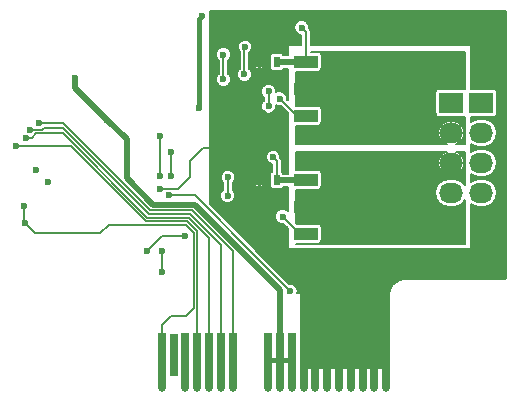
<source format=gbr>
G04 #@! TF.FileFunction,Copper,L2,Bot,Signal*
%FSLAX46Y46*%
G04 Gerber Fmt 4.6, Leading zero omitted, Abs format (unit mm)*
G04 Created by KiCad (PCBNEW 4.0.2+e4-6225~38~ubuntu14.04.1-stable) date Sat 23 Jul 2016 00:45:22 PDT*
%MOMM*%
G01*
G04 APERTURE LIST*
%ADD10C,0.100000*%
%ADD11C,0.650240*%
%ADD12R,0.650240X4.599940*%
%ADD13R,0.650240X3.599180*%
%ADD14R,2.032000X3.657600*%
%ADD15R,2.032000X1.016000*%
%ADD16R,0.500000X0.900000*%
%ADD17R,2.032000X1.727200*%
%ADD18O,2.032000X1.727200*%
%ADD19C,0.600000*%
%ADD20C,0.150000*%
%ADD21C,0.500000*%
%ADD22C,0.400000*%
%ADD23C,0.200000*%
G04 APERTURE END LIST*
D10*
D11*
X140500400Y-102301240D03*
D12*
X159499600Y-100000000D03*
X158498840Y-100000000D03*
X157500620Y-100000000D03*
X156499860Y-100000000D03*
X155499100Y-100000000D03*
X154500880Y-100000000D03*
X153500120Y-100000000D03*
X152499360Y-100000000D03*
X151501140Y-100000000D03*
X150500380Y-100000000D03*
X149499620Y-100000000D03*
X144500900Y-100000000D03*
X143500140Y-100000000D03*
X142499380Y-100000000D03*
D13*
X141501160Y-99499620D03*
D12*
X140500400Y-100000000D03*
X146499880Y-100000000D03*
X145499120Y-100000000D03*
D11*
X157500620Y-102301240D03*
X156499860Y-102301240D03*
X155499100Y-102301240D03*
X154500880Y-102301240D03*
X153500120Y-102301240D03*
X152499360Y-102301240D03*
X151501140Y-102301240D03*
X150500380Y-102301240D03*
X149499620Y-102301240D03*
X159499600Y-102301240D03*
X146499880Y-102301240D03*
X145499120Y-102301240D03*
X144500900Y-102301240D03*
X143500140Y-102301240D03*
X142499380Y-102301240D03*
X158498840Y-102301240D03*
D14*
X159302000Y-87000000D03*
D15*
X152698000Y-87000000D03*
X152698000Y-84714000D03*
X152698000Y-89286000D03*
D14*
X159302000Y-77000000D03*
D15*
X152698000Y-77000000D03*
X152698000Y-74714000D03*
X152698000Y-79286000D03*
D16*
X150250000Y-84750000D03*
X148750000Y-84750000D03*
X150250000Y-74750000D03*
X148750000Y-74750000D03*
D17*
X167540000Y-78190000D03*
D18*
X167540000Y-80730000D03*
X167540000Y-83270000D03*
X167540000Y-85810000D03*
D17*
X165000000Y-78190000D03*
D18*
X165000000Y-80730000D03*
X165000000Y-83270000D03*
X165000000Y-85810000D03*
D19*
X129825000Y-83900000D03*
X130825000Y-84900000D03*
X128800000Y-86950000D03*
X128900000Y-88400000D03*
X148750000Y-80475000D03*
X148625000Y-88100000D03*
X140350000Y-85500000D03*
X146575000Y-82050000D03*
X133150000Y-76050000D03*
X135900000Y-79650000D03*
X129000000Y-81175000D03*
X128150000Y-81875000D03*
X130075000Y-79900000D03*
X129325000Y-80450000D03*
X143650000Y-78600000D03*
X143875000Y-70875000D03*
X141250000Y-82350000D03*
X141250000Y-84375000D03*
X140350000Y-81025000D03*
X140350000Y-84375000D03*
X142500000Y-89500000D03*
X139250000Y-90750000D03*
X140500000Y-90750000D03*
X140500000Y-92550000D03*
X146100000Y-84500000D03*
X146075000Y-86050000D03*
X151375000Y-94125000D03*
X141125000Y-86025000D03*
X149925000Y-82775000D03*
X149550000Y-78475000D03*
X149550000Y-77225000D03*
X145725000Y-76200000D03*
X145725000Y-74100000D03*
X150725000Y-87825000D03*
X152350000Y-71825000D03*
X150500000Y-77850000D03*
X147500000Y-75775000D03*
X147550000Y-73450000D03*
D20*
X139050000Y-88525000D02*
X136000000Y-88525000D01*
X129725000Y-89225000D02*
X128900000Y-88400000D01*
X135300000Y-89225000D02*
X129725000Y-89225000D01*
X136000000Y-88525000D02*
X135300000Y-89225000D01*
X128800000Y-86950000D02*
X128800000Y-88300000D01*
X128800000Y-88300000D02*
X128900000Y-88400000D01*
X140500400Y-100000000D02*
X140500400Y-96999600D01*
X142551468Y-88525000D02*
X139050000Y-88525000D01*
X139050000Y-88525000D02*
X139000000Y-88525000D01*
X143200000Y-89173532D02*
X142551468Y-88525000D01*
X143200000Y-95575138D02*
X143200000Y-89173532D01*
X142575138Y-96200000D02*
X143200000Y-95575138D01*
X141300000Y-96200000D02*
X142575138Y-96200000D01*
X140500400Y-96999600D02*
X141300000Y-96200000D01*
X140500400Y-102301240D02*
X140500400Y-100000000D01*
D21*
X152499360Y-100000000D02*
X153500120Y-100000000D01*
X153500120Y-100000000D02*
X154500880Y-100000000D01*
X154500880Y-100000000D02*
X155499100Y-100000000D01*
X155499100Y-100000000D02*
X156499860Y-100000000D01*
X156499860Y-100000000D02*
X157500620Y-100000000D01*
X157500620Y-100000000D02*
X158498840Y-100000000D01*
X158498840Y-100000000D02*
X159499600Y-100000000D01*
D20*
X143950000Y-82050000D02*
X146600000Y-82050000D01*
X146600000Y-82050000D02*
X146575000Y-82050000D01*
X142850000Y-83150000D02*
X143950000Y-82050000D01*
X142850000Y-84450000D02*
X142850000Y-83150000D01*
X141850000Y-85450000D02*
X142850000Y-84450000D01*
X140400000Y-85450000D02*
X141850000Y-85450000D01*
X140350000Y-85500000D02*
X140400000Y-85450000D01*
X159499600Y-102301240D02*
X159499600Y-100000000D01*
X158498840Y-102301240D02*
X158498840Y-100000000D01*
X157500620Y-102301240D02*
X157500620Y-100000000D01*
X156499860Y-102301240D02*
X156499860Y-100000000D01*
X155499100Y-102301240D02*
X155499100Y-100000000D01*
X154500880Y-102301240D02*
X154500880Y-100000000D01*
X153500120Y-102301240D02*
X153500120Y-100000000D01*
X152499360Y-102301240D02*
X152499360Y-100000000D01*
D22*
X151501140Y-100000000D02*
X150500380Y-100000000D01*
X150500380Y-100000000D02*
X149499620Y-100000000D01*
D21*
X135900000Y-79650000D02*
X135275000Y-79025000D01*
X133175000Y-76075000D02*
X133150000Y-76050000D01*
X133175000Y-76925000D02*
X133175000Y-76075000D01*
X135275000Y-79025000D02*
X133175000Y-76925000D01*
X150500380Y-94000380D02*
X143300000Y-86800000D01*
X150500380Y-94000380D02*
X150500380Y-100000000D01*
X137525000Y-81275000D02*
X135900000Y-79650000D01*
X137525000Y-84575000D02*
X137525000Y-81275000D01*
X139750000Y-86800000D02*
X137525000Y-84575000D01*
X143300000Y-86800000D02*
X139750000Y-86800000D01*
X135900000Y-79650000D02*
X135900000Y-79650000D01*
D20*
X151501140Y-102301240D02*
X151501140Y-100000000D01*
X150500380Y-102301240D02*
X150500380Y-100000000D01*
X149499620Y-102301240D02*
X149499620Y-100000000D01*
X144500900Y-100000000D02*
X144500900Y-89625900D01*
X129475000Y-81175000D02*
X129000000Y-81175000D01*
X129875000Y-80775000D02*
X129475000Y-81175000D01*
X132150734Y-80775000D02*
X129875000Y-80775000D01*
X139275738Y-87900004D02*
X132150734Y-80775000D01*
X142775004Y-87900004D02*
X139275738Y-87900004D01*
X144500900Y-89625900D02*
X142775004Y-87900004D01*
X144500900Y-102301240D02*
X144500900Y-100000000D01*
X143500140Y-100000000D02*
X143500140Y-89049406D01*
X132800000Y-81875000D02*
X128150000Y-81875000D01*
X139125006Y-88200006D02*
X132800000Y-81875000D01*
X142650740Y-88200006D02*
X139125006Y-88200006D01*
X143500140Y-89049406D02*
X142650740Y-88200006D01*
X143500140Y-102301240D02*
X143500140Y-100000000D01*
X142499380Y-102301240D02*
X142499380Y-100000000D01*
X146499880Y-100000000D02*
X146499880Y-90774880D01*
X132125000Y-79900000D02*
X130075000Y-79900000D01*
X139525000Y-87300000D02*
X132125000Y-79900000D01*
X143025000Y-87300000D02*
X139525000Y-87300000D01*
X146499880Y-90774880D02*
X143025000Y-87300000D01*
X146499880Y-102301240D02*
X146499880Y-100000000D01*
X145499120Y-100000000D02*
X145499120Y-90198386D01*
X130400000Y-80450000D02*
X129325000Y-80450000D01*
X130550000Y-80300000D02*
X130400000Y-80450000D01*
X132100000Y-80300000D02*
X130550000Y-80300000D01*
X139400002Y-87600002D02*
X132100000Y-80300000D01*
X142900736Y-87600002D02*
X139400002Y-87600002D01*
X145499120Y-90198386D02*
X142900736Y-87600002D01*
X145499120Y-102301240D02*
X145499120Y-100000000D01*
D22*
X143650000Y-71100000D02*
X143650000Y-78600000D01*
X143875000Y-70875000D02*
X143650000Y-71100000D01*
D20*
X141250000Y-84375000D02*
X141250000Y-82350000D01*
X140350000Y-84375000D02*
X140350000Y-81025000D01*
X140500000Y-89500000D02*
X142500000Y-89500000D01*
X139250000Y-90750000D02*
X140500000Y-89500000D01*
X140500000Y-92550000D02*
X140500000Y-90750000D01*
X146100000Y-86025000D02*
X146100000Y-84500000D01*
X146075000Y-86050000D02*
X146100000Y-86025000D01*
X148625000Y-91375000D02*
X151375000Y-94125000D01*
X143275000Y-86025000D02*
X141125000Y-86025000D01*
X148625000Y-91375000D02*
X148625000Y-91375000D01*
X148625000Y-91375000D02*
X143275000Y-86025000D01*
X150250000Y-83100000D02*
X149925000Y-82775000D01*
X149550000Y-78475000D02*
X149550000Y-77225000D01*
X145725000Y-76200000D02*
X145725000Y-74100000D01*
X150250000Y-83100000D02*
X150250000Y-84750000D01*
D21*
X150250000Y-84750000D02*
X152662000Y-84750000D01*
X152662000Y-84750000D02*
X152698000Y-84714000D01*
D20*
X150725000Y-87825000D02*
X152186000Y-89286000D01*
X152186000Y-89286000D02*
X152698000Y-89286000D01*
X152698000Y-72173000D02*
X152698000Y-74714000D01*
X152350000Y-71825000D02*
X152698000Y-72173000D01*
D21*
X150250000Y-74750000D02*
X152662000Y-74750000D01*
X152662000Y-74750000D02*
X152698000Y-74714000D01*
D20*
X150500000Y-77850000D02*
X151936000Y-79286000D01*
X151936000Y-79286000D02*
X152698000Y-79286000D01*
X152436000Y-79286000D02*
X152698000Y-79286000D01*
X147500000Y-73500000D02*
X147500000Y-75775000D01*
X147550000Y-73450000D02*
X147500000Y-73500000D01*
D23*
G36*
X164455749Y-82389317D02*
X164148554Y-82606310D01*
X163947783Y-82924344D01*
X163900094Y-83094618D01*
X163909333Y-83245000D01*
X164975000Y-83245000D01*
X164975000Y-83225000D01*
X165025000Y-83225000D01*
X165025000Y-83245000D01*
X166090667Y-83245000D01*
X166099906Y-83094618D01*
X166052217Y-82924344D01*
X165851446Y-82606310D01*
X165544251Y-82389317D01*
X165370300Y-82350000D01*
X166150000Y-82350000D01*
X166150000Y-85174353D01*
X166015506Y-84973068D01*
X165631518Y-84716496D01*
X165178574Y-84626400D01*
X164821426Y-84626400D01*
X164368482Y-84716496D01*
X163984494Y-84973068D01*
X163727922Y-85357056D01*
X163637826Y-85810000D01*
X163727922Y-86262944D01*
X163984494Y-86646932D01*
X164368482Y-86903504D01*
X164821426Y-86993600D01*
X165178574Y-86993600D01*
X165631518Y-86903504D01*
X166015506Y-86646932D01*
X166150000Y-86445647D01*
X166150000Y-90150000D01*
X151850000Y-90150000D01*
X151850000Y-90120269D01*
X153714000Y-90120269D01*
X153832585Y-90097956D01*
X153941498Y-90027872D01*
X154014564Y-89920937D01*
X154040269Y-89794000D01*
X154040269Y-88778000D01*
X154017956Y-88659415D01*
X153947872Y-88550502D01*
X153840937Y-88477436D01*
X153714000Y-88451731D01*
X151910345Y-88451731D01*
X151850000Y-88391386D01*
X151850000Y-85548269D01*
X153714000Y-85548269D01*
X153832585Y-85525956D01*
X153941498Y-85455872D01*
X154014564Y-85348937D01*
X154040269Y-85222000D01*
X154040269Y-84206000D01*
X154017956Y-84087415D01*
X153947872Y-83978502D01*
X153840937Y-83905436D01*
X153714000Y-83879731D01*
X151850000Y-83879731D01*
X151850000Y-83445382D01*
X163900094Y-83445382D01*
X163947783Y-83615656D01*
X164148554Y-83933690D01*
X164455749Y-84150683D01*
X164822600Y-84233600D01*
X164975000Y-84233600D01*
X164975000Y-83295000D01*
X165025000Y-83295000D01*
X165025000Y-84233600D01*
X165177400Y-84233600D01*
X165544251Y-84150683D01*
X165851446Y-83933690D01*
X166052217Y-83615656D01*
X166099906Y-83445382D01*
X166090667Y-83295000D01*
X165025000Y-83295000D01*
X164975000Y-83295000D01*
X163909333Y-83295000D01*
X163900094Y-83445382D01*
X151850000Y-83445382D01*
X151850000Y-82350000D01*
X164629700Y-82350000D01*
X164455749Y-82389317D01*
X164455749Y-82389317D01*
G37*
X164455749Y-82389317D02*
X164148554Y-82606310D01*
X163947783Y-82924344D01*
X163900094Y-83094618D01*
X163909333Y-83245000D01*
X164975000Y-83245000D01*
X164975000Y-83225000D01*
X165025000Y-83225000D01*
X165025000Y-83245000D01*
X166090667Y-83245000D01*
X166099906Y-83094618D01*
X166052217Y-82924344D01*
X165851446Y-82606310D01*
X165544251Y-82389317D01*
X165370300Y-82350000D01*
X166150000Y-82350000D01*
X166150000Y-85174353D01*
X166015506Y-84973068D01*
X165631518Y-84716496D01*
X165178574Y-84626400D01*
X164821426Y-84626400D01*
X164368482Y-84716496D01*
X163984494Y-84973068D01*
X163727922Y-85357056D01*
X163637826Y-85810000D01*
X163727922Y-86262944D01*
X163984494Y-86646932D01*
X164368482Y-86903504D01*
X164821426Y-86993600D01*
X165178574Y-86993600D01*
X165631518Y-86903504D01*
X166015506Y-86646932D01*
X166150000Y-86445647D01*
X166150000Y-90150000D01*
X151850000Y-90150000D01*
X151850000Y-90120269D01*
X153714000Y-90120269D01*
X153832585Y-90097956D01*
X153941498Y-90027872D01*
X154014564Y-89920937D01*
X154040269Y-89794000D01*
X154040269Y-88778000D01*
X154017956Y-88659415D01*
X153947872Y-88550502D01*
X153840937Y-88477436D01*
X153714000Y-88451731D01*
X151910345Y-88451731D01*
X151850000Y-88391386D01*
X151850000Y-85548269D01*
X153714000Y-85548269D01*
X153832585Y-85525956D01*
X153941498Y-85455872D01*
X154014564Y-85348937D01*
X154040269Y-85222000D01*
X154040269Y-84206000D01*
X154017956Y-84087415D01*
X153947872Y-83978502D01*
X153840937Y-83905436D01*
X153714000Y-83879731D01*
X151850000Y-83879731D01*
X151850000Y-83445382D01*
X163900094Y-83445382D01*
X163947783Y-83615656D01*
X164148554Y-83933690D01*
X164455749Y-84150683D01*
X164822600Y-84233600D01*
X164975000Y-84233600D01*
X164975000Y-83295000D01*
X165025000Y-83295000D01*
X165025000Y-84233600D01*
X165177400Y-84233600D01*
X165544251Y-84150683D01*
X165851446Y-83933690D01*
X166052217Y-83615656D01*
X166099906Y-83445382D01*
X166090667Y-83295000D01*
X165025000Y-83295000D01*
X164975000Y-83295000D01*
X163909333Y-83295000D01*
X163900094Y-83445382D01*
X151850000Y-83445382D01*
X151850000Y-82350000D01*
X164629700Y-82350000D01*
X164455749Y-82389317D01*
G36*
X166150000Y-77030662D02*
X166142937Y-77025836D01*
X166016000Y-77000131D01*
X163984000Y-77000131D01*
X163865415Y-77022444D01*
X163756502Y-77092528D01*
X163683436Y-77199463D01*
X163657731Y-77326400D01*
X163657731Y-79053600D01*
X163680044Y-79172185D01*
X163750128Y-79281098D01*
X163857063Y-79354164D01*
X163984000Y-79379869D01*
X166016000Y-79379869D01*
X166134585Y-79357556D01*
X166150000Y-79347637D01*
X166150000Y-81650000D01*
X165370300Y-81650000D01*
X165544251Y-81610683D01*
X165851446Y-81393690D01*
X166052217Y-81075656D01*
X166099906Y-80905382D01*
X166090667Y-80755000D01*
X165025000Y-80755000D01*
X165025000Y-80775000D01*
X164975000Y-80775000D01*
X164975000Y-80755000D01*
X163909333Y-80755000D01*
X163900094Y-80905382D01*
X163947783Y-81075656D01*
X164148554Y-81393690D01*
X164455749Y-81610683D01*
X164629700Y-81650000D01*
X151850000Y-81650000D01*
X151850000Y-80554618D01*
X163900094Y-80554618D01*
X163909333Y-80705000D01*
X164975000Y-80705000D01*
X164975000Y-79766400D01*
X165025000Y-79766400D01*
X165025000Y-80705000D01*
X166090667Y-80705000D01*
X166099906Y-80554618D01*
X166052217Y-80384344D01*
X165851446Y-80066310D01*
X165544251Y-79849317D01*
X165177400Y-79766400D01*
X165025000Y-79766400D01*
X164975000Y-79766400D01*
X164822600Y-79766400D01*
X164455749Y-79849317D01*
X164148554Y-80066310D01*
X163947783Y-80384344D01*
X163900094Y-80554618D01*
X151850000Y-80554618D01*
X151850000Y-80120269D01*
X153714000Y-80120269D01*
X153832585Y-80097956D01*
X153941498Y-80027872D01*
X154014564Y-79920937D01*
X154040269Y-79794000D01*
X154040269Y-78778000D01*
X154017956Y-78659415D01*
X153947872Y-78550502D01*
X153840937Y-78477436D01*
X153714000Y-78451731D01*
X151850000Y-78451731D01*
X151850000Y-75548269D01*
X153714000Y-75548269D01*
X153832585Y-75525956D01*
X153941498Y-75455872D01*
X154014564Y-75348937D01*
X154040269Y-75222000D01*
X154040269Y-74206000D01*
X154017956Y-74087415D01*
X153947872Y-73978502D01*
X153840937Y-73905436D01*
X153714000Y-73879731D01*
X153093000Y-73879731D01*
X153093000Y-73850000D01*
X166150000Y-73850000D01*
X166150000Y-77030662D01*
X166150000Y-77030662D01*
G37*
X166150000Y-77030662D02*
X166142937Y-77025836D01*
X166016000Y-77000131D01*
X163984000Y-77000131D01*
X163865415Y-77022444D01*
X163756502Y-77092528D01*
X163683436Y-77199463D01*
X163657731Y-77326400D01*
X163657731Y-79053600D01*
X163680044Y-79172185D01*
X163750128Y-79281098D01*
X163857063Y-79354164D01*
X163984000Y-79379869D01*
X166016000Y-79379869D01*
X166134585Y-79357556D01*
X166150000Y-79347637D01*
X166150000Y-81650000D01*
X165370300Y-81650000D01*
X165544251Y-81610683D01*
X165851446Y-81393690D01*
X166052217Y-81075656D01*
X166099906Y-80905382D01*
X166090667Y-80755000D01*
X165025000Y-80755000D01*
X165025000Y-80775000D01*
X164975000Y-80775000D01*
X164975000Y-80755000D01*
X163909333Y-80755000D01*
X163900094Y-80905382D01*
X163947783Y-81075656D01*
X164148554Y-81393690D01*
X164455749Y-81610683D01*
X164629700Y-81650000D01*
X151850000Y-81650000D01*
X151850000Y-80554618D01*
X163900094Y-80554618D01*
X163909333Y-80705000D01*
X164975000Y-80705000D01*
X164975000Y-79766400D01*
X165025000Y-79766400D01*
X165025000Y-80705000D01*
X166090667Y-80705000D01*
X166099906Y-80554618D01*
X166052217Y-80384344D01*
X165851446Y-80066310D01*
X165544251Y-79849317D01*
X165177400Y-79766400D01*
X165025000Y-79766400D01*
X164975000Y-79766400D01*
X164822600Y-79766400D01*
X164455749Y-79849317D01*
X164148554Y-80066310D01*
X163947783Y-80384344D01*
X163900094Y-80554618D01*
X151850000Y-80554618D01*
X151850000Y-80120269D01*
X153714000Y-80120269D01*
X153832585Y-80097956D01*
X153941498Y-80027872D01*
X154014564Y-79920937D01*
X154040269Y-79794000D01*
X154040269Y-78778000D01*
X154017956Y-78659415D01*
X153947872Y-78550502D01*
X153840937Y-78477436D01*
X153714000Y-78451731D01*
X151850000Y-78451731D01*
X151850000Y-75548269D01*
X153714000Y-75548269D01*
X153832585Y-75525956D01*
X153941498Y-75455872D01*
X154014564Y-75348937D01*
X154040269Y-75222000D01*
X154040269Y-74206000D01*
X154017956Y-74087415D01*
X153947872Y-73978502D01*
X153840937Y-73905436D01*
X153714000Y-73879731D01*
X153093000Y-73879731D01*
X153093000Y-73850000D01*
X166150000Y-73850000D01*
X166150000Y-77030662D01*
G36*
X169597716Y-70402284D02*
X169605000Y-70438903D01*
X169605000Y-93061097D01*
X169597716Y-93097716D01*
X169561098Y-93105000D01*
X161100000Y-93105000D01*
X161061843Y-93112590D01*
X161022939Y-93112590D01*
X160659391Y-93184904D01*
X160659390Y-93184904D01*
X160517000Y-93243884D01*
X160208798Y-93449819D01*
X160154309Y-93504309D01*
X160099819Y-93558798D01*
X159893884Y-93867000D01*
X159837876Y-94002215D01*
X159834904Y-94009391D01*
X159776137Y-94304833D01*
X159761094Y-94307879D01*
X159728319Y-94330273D01*
X159706839Y-94363654D01*
X159700000Y-94400000D01*
X159700000Y-97600030D01*
X159549600Y-97600030D01*
X159524600Y-97625030D01*
X159524600Y-99975000D01*
X159544600Y-99975000D01*
X159544600Y-100025000D01*
X159524600Y-100025000D01*
X159524600Y-100045000D01*
X159474600Y-100045000D01*
X159474600Y-100025000D01*
X159099480Y-100025000D01*
X159074480Y-100050000D01*
X159074480Y-100600000D01*
X158923960Y-100600000D01*
X158923960Y-100050000D01*
X158898960Y-100025000D01*
X158523840Y-100025000D01*
X158523840Y-100045000D01*
X158473840Y-100045000D01*
X158473840Y-100025000D01*
X158098720Y-100025000D01*
X158073720Y-100050000D01*
X158073720Y-100600000D01*
X157925740Y-100600000D01*
X157925740Y-100050000D01*
X157900740Y-100025000D01*
X157525620Y-100025000D01*
X157525620Y-100045000D01*
X157475620Y-100045000D01*
X157475620Y-100025000D01*
X157100500Y-100025000D01*
X157075500Y-100050000D01*
X157075500Y-100600000D01*
X156924980Y-100600000D01*
X156924980Y-100050000D01*
X156899980Y-100025000D01*
X156524860Y-100025000D01*
X156524860Y-100045000D01*
X156474860Y-100045000D01*
X156474860Y-100025000D01*
X156099740Y-100025000D01*
X156074740Y-100050000D01*
X156074740Y-100600000D01*
X155924220Y-100600000D01*
X155924220Y-100050000D01*
X155899220Y-100025000D01*
X155524100Y-100025000D01*
X155524100Y-100045000D01*
X155474100Y-100045000D01*
X155474100Y-100025000D01*
X155098980Y-100025000D01*
X155073980Y-100050000D01*
X155073980Y-100600000D01*
X154926000Y-100600000D01*
X154926000Y-100050000D01*
X154901000Y-100025000D01*
X154525880Y-100025000D01*
X154525880Y-100045000D01*
X154475880Y-100045000D01*
X154475880Y-100025000D01*
X154100760Y-100025000D01*
X154075760Y-100050000D01*
X154075760Y-100600000D01*
X153925240Y-100600000D01*
X153925240Y-100050000D01*
X153900240Y-100025000D01*
X153525120Y-100025000D01*
X153525120Y-100045000D01*
X153475120Y-100045000D01*
X153475120Y-100025000D01*
X153100000Y-100025000D01*
X153075000Y-100050000D01*
X153075000Y-100600000D01*
X152924480Y-100600000D01*
X152924480Y-100050000D01*
X152899480Y-100025000D01*
X152524360Y-100025000D01*
X152524360Y-100045000D01*
X152474360Y-100045000D01*
X152474360Y-100025000D01*
X152454360Y-100025000D01*
X152454360Y-99975000D01*
X152474360Y-99975000D01*
X152474360Y-97625030D01*
X152524360Y-97625030D01*
X152524360Y-99975000D01*
X152899480Y-99975000D01*
X152924480Y-99950000D01*
X152924480Y-97680139D01*
X153075000Y-97680139D01*
X153075000Y-99950000D01*
X153100000Y-99975000D01*
X153475120Y-99975000D01*
X153475120Y-97625030D01*
X153525120Y-97625030D01*
X153525120Y-99975000D01*
X153900240Y-99975000D01*
X153925240Y-99950000D01*
X153925240Y-97680139D01*
X154075760Y-97680139D01*
X154075760Y-99950000D01*
X154100760Y-99975000D01*
X154475880Y-99975000D01*
X154475880Y-97625030D01*
X154525880Y-97625030D01*
X154525880Y-99975000D01*
X154901000Y-99975000D01*
X154926000Y-99950000D01*
X154926000Y-97680139D01*
X155073980Y-97680139D01*
X155073980Y-99950000D01*
X155098980Y-99975000D01*
X155474100Y-99975000D01*
X155474100Y-97625030D01*
X155524100Y-97625030D01*
X155524100Y-99975000D01*
X155899220Y-99975000D01*
X155924220Y-99950000D01*
X155924220Y-97680139D01*
X156074740Y-97680139D01*
X156074740Y-99950000D01*
X156099740Y-99975000D01*
X156474860Y-99975000D01*
X156474860Y-97625030D01*
X156524860Y-97625030D01*
X156524860Y-99975000D01*
X156899980Y-99975000D01*
X156924980Y-99950000D01*
X156924980Y-97680139D01*
X157075500Y-97680139D01*
X157075500Y-99950000D01*
X157100500Y-99975000D01*
X157475620Y-99975000D01*
X157475620Y-97625030D01*
X157525620Y-97625030D01*
X157525620Y-99975000D01*
X157900740Y-99975000D01*
X157925740Y-99950000D01*
X157925740Y-97680139D01*
X158073720Y-97680139D01*
X158073720Y-99950000D01*
X158098720Y-99975000D01*
X158473840Y-99975000D01*
X158473840Y-97625030D01*
X158523840Y-97625030D01*
X158523840Y-99975000D01*
X158898960Y-99975000D01*
X158923960Y-99950000D01*
X158923960Y-97680139D01*
X159074480Y-97680139D01*
X159074480Y-99950000D01*
X159099480Y-99975000D01*
X159474600Y-99975000D01*
X159474600Y-97625030D01*
X159449600Y-97600030D01*
X159154589Y-97600030D01*
X159117835Y-97615254D01*
X159089704Y-97643384D01*
X159074480Y-97680139D01*
X158923960Y-97680139D01*
X158908736Y-97643384D01*
X158880605Y-97615254D01*
X158843851Y-97600030D01*
X158548840Y-97600030D01*
X158523840Y-97625030D01*
X158473840Y-97625030D01*
X158448840Y-97600030D01*
X158153829Y-97600030D01*
X158117075Y-97615254D01*
X158088944Y-97643384D01*
X158073720Y-97680139D01*
X157925740Y-97680139D01*
X157910516Y-97643384D01*
X157882385Y-97615254D01*
X157845631Y-97600030D01*
X157550620Y-97600030D01*
X157525620Y-97625030D01*
X157475620Y-97625030D01*
X157450620Y-97600030D01*
X157155609Y-97600030D01*
X157118855Y-97615254D01*
X157090724Y-97643384D01*
X157075500Y-97680139D01*
X156924980Y-97680139D01*
X156909756Y-97643384D01*
X156881625Y-97615254D01*
X156844871Y-97600030D01*
X156549860Y-97600030D01*
X156524860Y-97625030D01*
X156474860Y-97625030D01*
X156449860Y-97600030D01*
X156154849Y-97600030D01*
X156118095Y-97615254D01*
X156089964Y-97643384D01*
X156074740Y-97680139D01*
X155924220Y-97680139D01*
X155908996Y-97643384D01*
X155880865Y-97615254D01*
X155844111Y-97600030D01*
X155549100Y-97600030D01*
X155524100Y-97625030D01*
X155474100Y-97625030D01*
X155449100Y-97600030D01*
X155154089Y-97600030D01*
X155117335Y-97615254D01*
X155089204Y-97643384D01*
X155073980Y-97680139D01*
X154926000Y-97680139D01*
X154910776Y-97643384D01*
X154882645Y-97615254D01*
X154845891Y-97600030D01*
X154550880Y-97600030D01*
X154525880Y-97625030D01*
X154475880Y-97625030D01*
X154450880Y-97600030D01*
X154155869Y-97600030D01*
X154119115Y-97615254D01*
X154090984Y-97643384D01*
X154075760Y-97680139D01*
X153925240Y-97680139D01*
X153910016Y-97643384D01*
X153881885Y-97615254D01*
X153845131Y-97600030D01*
X153550120Y-97600030D01*
X153525120Y-97625030D01*
X153475120Y-97625030D01*
X153450120Y-97600030D01*
X153155109Y-97600030D01*
X153118355Y-97615254D01*
X153090224Y-97643384D01*
X153075000Y-97680139D01*
X152924480Y-97680139D01*
X152909256Y-97643384D01*
X152881125Y-97615254D01*
X152844371Y-97600030D01*
X152549360Y-97600030D01*
X152524360Y-97625030D01*
X152474360Y-97625030D01*
X152449360Y-97600030D01*
X152287302Y-97600030D01*
X152299999Y-94400397D01*
X152292275Y-94361460D01*
X152270011Y-94328596D01*
X152236715Y-94306984D01*
X152200000Y-94300000D01*
X151973661Y-94300000D01*
X151994893Y-94248867D01*
X151995108Y-94002215D01*
X151900917Y-93774257D01*
X151726661Y-93599696D01*
X151498867Y-93505107D01*
X151313559Y-93504945D01*
X144600000Y-86791386D01*
X144600000Y-86172785D01*
X145454892Y-86172785D01*
X145549083Y-86400743D01*
X145723339Y-86575304D01*
X145951133Y-86669893D01*
X146197785Y-86670108D01*
X146425743Y-86575917D01*
X146600304Y-86401661D01*
X146694893Y-86173867D01*
X146695108Y-85927215D01*
X146600917Y-85699257D01*
X146495000Y-85593155D01*
X146495000Y-84981737D01*
X146625304Y-84851661D01*
X146646755Y-84800000D01*
X148400000Y-84800000D01*
X148400000Y-85219891D01*
X148415224Y-85256646D01*
X148443355Y-85284776D01*
X148480109Y-85300000D01*
X148700000Y-85300000D01*
X148725000Y-85275000D01*
X148725000Y-84775000D01*
X148775000Y-84775000D01*
X148775000Y-85275000D01*
X148800000Y-85300000D01*
X149019891Y-85300000D01*
X149056645Y-85284776D01*
X149084776Y-85256646D01*
X149100000Y-85219891D01*
X149100000Y-84800000D01*
X149075000Y-84775000D01*
X148775000Y-84775000D01*
X148725000Y-84775000D01*
X148425000Y-84775000D01*
X148400000Y-84800000D01*
X146646755Y-84800000D01*
X146719893Y-84623867D01*
X146720108Y-84377215D01*
X146679985Y-84280109D01*
X148400000Y-84280109D01*
X148400000Y-84700000D01*
X148425000Y-84725000D01*
X148725000Y-84725000D01*
X148725000Y-84225000D01*
X148775000Y-84225000D01*
X148775000Y-84725000D01*
X149075000Y-84725000D01*
X149100000Y-84700000D01*
X149100000Y-84280109D01*
X149084776Y-84243354D01*
X149056645Y-84215224D01*
X149019891Y-84200000D01*
X148800000Y-84200000D01*
X148775000Y-84225000D01*
X148725000Y-84225000D01*
X148700000Y-84200000D01*
X148480109Y-84200000D01*
X148443355Y-84215224D01*
X148415224Y-84243354D01*
X148400000Y-84280109D01*
X146679985Y-84280109D01*
X146625917Y-84149257D01*
X146451661Y-83974696D01*
X146223867Y-83880107D01*
X145977215Y-83879892D01*
X145749257Y-83974083D01*
X145574696Y-84148339D01*
X145480107Y-84376133D01*
X145479892Y-84622785D01*
X145574083Y-84850743D01*
X145705000Y-84981889D01*
X145705000Y-85543306D01*
X145549696Y-85698339D01*
X145455107Y-85926133D01*
X145454892Y-86172785D01*
X144600000Y-86172785D01*
X144600000Y-77347785D01*
X148929892Y-77347785D01*
X149024083Y-77575743D01*
X149155000Y-77706889D01*
X149155000Y-77993263D01*
X149024696Y-78123339D01*
X148930107Y-78351133D01*
X148929892Y-78597785D01*
X149024083Y-78825743D01*
X149198339Y-79000304D01*
X149426133Y-79094893D01*
X149672785Y-79095108D01*
X149900743Y-79000917D01*
X150075304Y-78826661D01*
X150169893Y-78598867D01*
X150170080Y-78384332D01*
X150376133Y-78469893D01*
X150561441Y-78470055D01*
X151150000Y-79058614D01*
X151150000Y-84180000D01*
X150803045Y-84180000D01*
X150733872Y-84072502D01*
X150645000Y-84011778D01*
X150645000Y-83100000D01*
X150614932Y-82948840D01*
X150544941Y-82844091D01*
X150545108Y-82652215D01*
X150450917Y-82424257D01*
X150276661Y-82249696D01*
X150048867Y-82155107D01*
X149802215Y-82154892D01*
X149574257Y-82249083D01*
X149399696Y-82423339D01*
X149305107Y-82651133D01*
X149304892Y-82897785D01*
X149399083Y-83125743D01*
X149573339Y-83300304D01*
X149801133Y-83394893D01*
X149855000Y-83394940D01*
X149855000Y-84013042D01*
X149772502Y-84066128D01*
X149699436Y-84173063D01*
X149673731Y-84300000D01*
X149673731Y-85200000D01*
X149696044Y-85318585D01*
X149766128Y-85427498D01*
X149873063Y-85500564D01*
X150000000Y-85526269D01*
X150500000Y-85526269D01*
X150618585Y-85503956D01*
X150727498Y-85433872D01*
X150800564Y-85326937D01*
X150801969Y-85320000D01*
X151150000Y-85320000D01*
X151150000Y-87373163D01*
X151076661Y-87299696D01*
X150848867Y-87205107D01*
X150602215Y-87204892D01*
X150374257Y-87299083D01*
X150199696Y-87473339D01*
X150105107Y-87701133D01*
X150104892Y-87947785D01*
X150199083Y-88175743D01*
X150373339Y-88350304D01*
X150601133Y-88444893D01*
X150786441Y-88445055D01*
X151150000Y-88808614D01*
X151150000Y-90475000D01*
X151157879Y-90513906D01*
X151180273Y-90546681D01*
X151213654Y-90568161D01*
X151250000Y-90575000D01*
X159735431Y-90575000D01*
X159763654Y-90593161D01*
X159800000Y-90600000D01*
X166450000Y-90600000D01*
X166488906Y-90592121D01*
X166520711Y-90570711D01*
X166645711Y-90445711D01*
X166667650Y-90412629D01*
X166675000Y-90375000D01*
X166675000Y-86747497D01*
X166908482Y-86903504D01*
X167361426Y-86993600D01*
X167718574Y-86993600D01*
X168171518Y-86903504D01*
X168555506Y-86646932D01*
X168812078Y-86262944D01*
X168902174Y-85810000D01*
X168812078Y-85357056D01*
X168555506Y-84973068D01*
X168171518Y-84716496D01*
X167718574Y-84626400D01*
X167361426Y-84626400D01*
X166908482Y-84716496D01*
X166675000Y-84872503D01*
X166675000Y-84207497D01*
X166908482Y-84363504D01*
X167361426Y-84453600D01*
X167718574Y-84453600D01*
X168171518Y-84363504D01*
X168555506Y-84106932D01*
X168812078Y-83722944D01*
X168902174Y-83270000D01*
X168812078Y-82817056D01*
X168555506Y-82433068D01*
X168171518Y-82176496D01*
X167718574Y-82086400D01*
X167361426Y-82086400D01*
X166908482Y-82176496D01*
X166675000Y-82332503D01*
X166675000Y-81667497D01*
X166908482Y-81823504D01*
X167361426Y-81913600D01*
X167718574Y-81913600D01*
X168171518Y-81823504D01*
X168555506Y-81566932D01*
X168812078Y-81182944D01*
X168902174Y-80730000D01*
X168812078Y-80277056D01*
X168555506Y-79893068D01*
X168171518Y-79636496D01*
X167718574Y-79546400D01*
X167361426Y-79546400D01*
X166908482Y-79636496D01*
X166675000Y-79792503D01*
X166675000Y-79379869D01*
X168556000Y-79379869D01*
X168674585Y-79357556D01*
X168783498Y-79287472D01*
X168856564Y-79180537D01*
X168882269Y-79053600D01*
X168882269Y-77326400D01*
X168859956Y-77207815D01*
X168789872Y-77098902D01*
X168682937Y-77025836D01*
X168556000Y-77000131D01*
X166675000Y-77000131D01*
X166675000Y-73425000D01*
X166667121Y-73386094D01*
X166644727Y-73353319D01*
X166611346Y-73331839D01*
X166575000Y-73325000D01*
X153093000Y-73325000D01*
X153093000Y-72173000D01*
X153062932Y-72021840D01*
X152977307Y-71893693D01*
X152969948Y-71886334D01*
X152970108Y-71702215D01*
X152875917Y-71474257D01*
X152701661Y-71299696D01*
X152473867Y-71205107D01*
X152227215Y-71204892D01*
X151999257Y-71299083D01*
X151824696Y-71473339D01*
X151730107Y-71701133D01*
X151729892Y-71947785D01*
X151824083Y-72175743D01*
X151998339Y-72350304D01*
X152226133Y-72444893D01*
X152303000Y-72444960D01*
X152303000Y-73325000D01*
X151250000Y-73325000D01*
X151211094Y-73332879D01*
X151178319Y-73355273D01*
X151156839Y-73388654D01*
X151150000Y-73425000D01*
X151150000Y-74180000D01*
X150803045Y-74180000D01*
X150733872Y-74072502D01*
X150626937Y-73999436D01*
X150500000Y-73973731D01*
X150000000Y-73973731D01*
X149881415Y-73996044D01*
X149772502Y-74066128D01*
X149699436Y-74173063D01*
X149673731Y-74300000D01*
X149673731Y-75200000D01*
X149696044Y-75318585D01*
X149766128Y-75427498D01*
X149873063Y-75500564D01*
X150000000Y-75526269D01*
X150500000Y-75526269D01*
X150618585Y-75503956D01*
X150727498Y-75433872D01*
X150800564Y-75326937D01*
X150801969Y-75320000D01*
X151150000Y-75320000D01*
X151150000Y-77941386D01*
X151119948Y-77911334D01*
X151120108Y-77727215D01*
X151025917Y-77499257D01*
X150851661Y-77324696D01*
X150623867Y-77230107D01*
X150377215Y-77229892D01*
X150169922Y-77315544D01*
X150170108Y-77102215D01*
X150075917Y-76874257D01*
X149901661Y-76699696D01*
X149673867Y-76605107D01*
X149427215Y-76604892D01*
X149199257Y-76699083D01*
X149024696Y-76873339D01*
X148930107Y-77101133D01*
X148929892Y-77347785D01*
X144600000Y-77347785D01*
X144600000Y-74222785D01*
X145104892Y-74222785D01*
X145199083Y-74450743D01*
X145330000Y-74581889D01*
X145330000Y-75718263D01*
X145199696Y-75848339D01*
X145105107Y-76076133D01*
X145104892Y-76322785D01*
X145199083Y-76550743D01*
X145373339Y-76725304D01*
X145601133Y-76819893D01*
X145847785Y-76820108D01*
X146075743Y-76725917D01*
X146250304Y-76551661D01*
X146344893Y-76323867D01*
X146345108Y-76077215D01*
X146270969Y-75897785D01*
X146879892Y-75897785D01*
X146974083Y-76125743D01*
X147148339Y-76300304D01*
X147376133Y-76394893D01*
X147622785Y-76395108D01*
X147850743Y-76300917D01*
X148025304Y-76126661D01*
X148119893Y-75898867D01*
X148120108Y-75652215D01*
X148025917Y-75424257D01*
X147895000Y-75293111D01*
X147895000Y-74800000D01*
X148400000Y-74800000D01*
X148400000Y-75219891D01*
X148415224Y-75256646D01*
X148443355Y-75284776D01*
X148480109Y-75300000D01*
X148700000Y-75300000D01*
X148725000Y-75275000D01*
X148725000Y-74775000D01*
X148775000Y-74775000D01*
X148775000Y-75275000D01*
X148800000Y-75300000D01*
X149019891Y-75300000D01*
X149056645Y-75284776D01*
X149084776Y-75256646D01*
X149100000Y-75219891D01*
X149100000Y-74800000D01*
X149075000Y-74775000D01*
X148775000Y-74775000D01*
X148725000Y-74775000D01*
X148425000Y-74775000D01*
X148400000Y-74800000D01*
X147895000Y-74800000D01*
X147895000Y-74280109D01*
X148400000Y-74280109D01*
X148400000Y-74700000D01*
X148425000Y-74725000D01*
X148725000Y-74725000D01*
X148725000Y-74225000D01*
X148775000Y-74225000D01*
X148775000Y-74725000D01*
X149075000Y-74725000D01*
X149100000Y-74700000D01*
X149100000Y-74280109D01*
X149084776Y-74243354D01*
X149056645Y-74215224D01*
X149019891Y-74200000D01*
X148800000Y-74200000D01*
X148775000Y-74225000D01*
X148725000Y-74225000D01*
X148700000Y-74200000D01*
X148480109Y-74200000D01*
X148443355Y-74215224D01*
X148415224Y-74243354D01*
X148400000Y-74280109D01*
X147895000Y-74280109D01*
X147895000Y-73978290D01*
X147900743Y-73975917D01*
X148075304Y-73801661D01*
X148169893Y-73573867D01*
X148170108Y-73327215D01*
X148075917Y-73099257D01*
X147901661Y-72924696D01*
X147673867Y-72830107D01*
X147427215Y-72829892D01*
X147199257Y-72924083D01*
X147024696Y-73098339D01*
X146930107Y-73326133D01*
X146929892Y-73572785D01*
X147024083Y-73800743D01*
X147105000Y-73881802D01*
X147105000Y-75293263D01*
X146974696Y-75423339D01*
X146880107Y-75651133D01*
X146879892Y-75897785D01*
X146270969Y-75897785D01*
X146250917Y-75849257D01*
X146120000Y-75718111D01*
X146120000Y-74581737D01*
X146250304Y-74451661D01*
X146344893Y-74223867D01*
X146345108Y-73977215D01*
X146250917Y-73749257D01*
X146076661Y-73574696D01*
X145848867Y-73480107D01*
X145602215Y-73479892D01*
X145374257Y-73574083D01*
X145199696Y-73748339D01*
X145105107Y-73976133D01*
X145104892Y-74222785D01*
X144600000Y-74222785D01*
X144600000Y-70395000D01*
X169561098Y-70395000D01*
X169597716Y-70402284D01*
X169597716Y-70402284D01*
G37*
X169597716Y-70402284D02*
X169605000Y-70438903D01*
X169605000Y-93061097D01*
X169597716Y-93097716D01*
X169561098Y-93105000D01*
X161100000Y-93105000D01*
X161061843Y-93112590D01*
X161022939Y-93112590D01*
X160659391Y-93184904D01*
X160659390Y-93184904D01*
X160517000Y-93243884D01*
X160208798Y-93449819D01*
X160154309Y-93504309D01*
X160099819Y-93558798D01*
X159893884Y-93867000D01*
X159837876Y-94002215D01*
X159834904Y-94009391D01*
X159776137Y-94304833D01*
X159761094Y-94307879D01*
X159728319Y-94330273D01*
X159706839Y-94363654D01*
X159700000Y-94400000D01*
X159700000Y-97600030D01*
X159549600Y-97600030D01*
X159524600Y-97625030D01*
X159524600Y-99975000D01*
X159544600Y-99975000D01*
X159544600Y-100025000D01*
X159524600Y-100025000D01*
X159524600Y-100045000D01*
X159474600Y-100045000D01*
X159474600Y-100025000D01*
X159099480Y-100025000D01*
X159074480Y-100050000D01*
X159074480Y-100600000D01*
X158923960Y-100600000D01*
X158923960Y-100050000D01*
X158898960Y-100025000D01*
X158523840Y-100025000D01*
X158523840Y-100045000D01*
X158473840Y-100045000D01*
X158473840Y-100025000D01*
X158098720Y-100025000D01*
X158073720Y-100050000D01*
X158073720Y-100600000D01*
X157925740Y-100600000D01*
X157925740Y-100050000D01*
X157900740Y-100025000D01*
X157525620Y-100025000D01*
X157525620Y-100045000D01*
X157475620Y-100045000D01*
X157475620Y-100025000D01*
X157100500Y-100025000D01*
X157075500Y-100050000D01*
X157075500Y-100600000D01*
X156924980Y-100600000D01*
X156924980Y-100050000D01*
X156899980Y-100025000D01*
X156524860Y-100025000D01*
X156524860Y-100045000D01*
X156474860Y-100045000D01*
X156474860Y-100025000D01*
X156099740Y-100025000D01*
X156074740Y-100050000D01*
X156074740Y-100600000D01*
X155924220Y-100600000D01*
X155924220Y-100050000D01*
X155899220Y-100025000D01*
X155524100Y-100025000D01*
X155524100Y-100045000D01*
X155474100Y-100045000D01*
X155474100Y-100025000D01*
X155098980Y-100025000D01*
X155073980Y-100050000D01*
X155073980Y-100600000D01*
X154926000Y-100600000D01*
X154926000Y-100050000D01*
X154901000Y-100025000D01*
X154525880Y-100025000D01*
X154525880Y-100045000D01*
X154475880Y-100045000D01*
X154475880Y-100025000D01*
X154100760Y-100025000D01*
X154075760Y-100050000D01*
X154075760Y-100600000D01*
X153925240Y-100600000D01*
X153925240Y-100050000D01*
X153900240Y-100025000D01*
X153525120Y-100025000D01*
X153525120Y-100045000D01*
X153475120Y-100045000D01*
X153475120Y-100025000D01*
X153100000Y-100025000D01*
X153075000Y-100050000D01*
X153075000Y-100600000D01*
X152924480Y-100600000D01*
X152924480Y-100050000D01*
X152899480Y-100025000D01*
X152524360Y-100025000D01*
X152524360Y-100045000D01*
X152474360Y-100045000D01*
X152474360Y-100025000D01*
X152454360Y-100025000D01*
X152454360Y-99975000D01*
X152474360Y-99975000D01*
X152474360Y-97625030D01*
X152524360Y-97625030D01*
X152524360Y-99975000D01*
X152899480Y-99975000D01*
X152924480Y-99950000D01*
X152924480Y-97680139D01*
X153075000Y-97680139D01*
X153075000Y-99950000D01*
X153100000Y-99975000D01*
X153475120Y-99975000D01*
X153475120Y-97625030D01*
X153525120Y-97625030D01*
X153525120Y-99975000D01*
X153900240Y-99975000D01*
X153925240Y-99950000D01*
X153925240Y-97680139D01*
X154075760Y-97680139D01*
X154075760Y-99950000D01*
X154100760Y-99975000D01*
X154475880Y-99975000D01*
X154475880Y-97625030D01*
X154525880Y-97625030D01*
X154525880Y-99975000D01*
X154901000Y-99975000D01*
X154926000Y-99950000D01*
X154926000Y-97680139D01*
X155073980Y-97680139D01*
X155073980Y-99950000D01*
X155098980Y-99975000D01*
X155474100Y-99975000D01*
X155474100Y-97625030D01*
X155524100Y-97625030D01*
X155524100Y-99975000D01*
X155899220Y-99975000D01*
X155924220Y-99950000D01*
X155924220Y-97680139D01*
X156074740Y-97680139D01*
X156074740Y-99950000D01*
X156099740Y-99975000D01*
X156474860Y-99975000D01*
X156474860Y-97625030D01*
X156524860Y-97625030D01*
X156524860Y-99975000D01*
X156899980Y-99975000D01*
X156924980Y-99950000D01*
X156924980Y-97680139D01*
X157075500Y-97680139D01*
X157075500Y-99950000D01*
X157100500Y-99975000D01*
X157475620Y-99975000D01*
X157475620Y-97625030D01*
X157525620Y-97625030D01*
X157525620Y-99975000D01*
X157900740Y-99975000D01*
X157925740Y-99950000D01*
X157925740Y-97680139D01*
X158073720Y-97680139D01*
X158073720Y-99950000D01*
X158098720Y-99975000D01*
X158473840Y-99975000D01*
X158473840Y-97625030D01*
X158523840Y-97625030D01*
X158523840Y-99975000D01*
X158898960Y-99975000D01*
X158923960Y-99950000D01*
X158923960Y-97680139D01*
X159074480Y-97680139D01*
X159074480Y-99950000D01*
X159099480Y-99975000D01*
X159474600Y-99975000D01*
X159474600Y-97625030D01*
X159449600Y-97600030D01*
X159154589Y-97600030D01*
X159117835Y-97615254D01*
X159089704Y-97643384D01*
X159074480Y-97680139D01*
X158923960Y-97680139D01*
X158908736Y-97643384D01*
X158880605Y-97615254D01*
X158843851Y-97600030D01*
X158548840Y-97600030D01*
X158523840Y-97625030D01*
X158473840Y-97625030D01*
X158448840Y-97600030D01*
X158153829Y-97600030D01*
X158117075Y-97615254D01*
X158088944Y-97643384D01*
X158073720Y-97680139D01*
X157925740Y-97680139D01*
X157910516Y-97643384D01*
X157882385Y-97615254D01*
X157845631Y-97600030D01*
X157550620Y-97600030D01*
X157525620Y-97625030D01*
X157475620Y-97625030D01*
X157450620Y-97600030D01*
X157155609Y-97600030D01*
X157118855Y-97615254D01*
X157090724Y-97643384D01*
X157075500Y-97680139D01*
X156924980Y-97680139D01*
X156909756Y-97643384D01*
X156881625Y-97615254D01*
X156844871Y-97600030D01*
X156549860Y-97600030D01*
X156524860Y-97625030D01*
X156474860Y-97625030D01*
X156449860Y-97600030D01*
X156154849Y-97600030D01*
X156118095Y-97615254D01*
X156089964Y-97643384D01*
X156074740Y-97680139D01*
X155924220Y-97680139D01*
X155908996Y-97643384D01*
X155880865Y-97615254D01*
X155844111Y-97600030D01*
X155549100Y-97600030D01*
X155524100Y-97625030D01*
X155474100Y-97625030D01*
X155449100Y-97600030D01*
X155154089Y-97600030D01*
X155117335Y-97615254D01*
X155089204Y-97643384D01*
X155073980Y-97680139D01*
X154926000Y-97680139D01*
X154910776Y-97643384D01*
X154882645Y-97615254D01*
X154845891Y-97600030D01*
X154550880Y-97600030D01*
X154525880Y-97625030D01*
X154475880Y-97625030D01*
X154450880Y-97600030D01*
X154155869Y-97600030D01*
X154119115Y-97615254D01*
X154090984Y-97643384D01*
X154075760Y-97680139D01*
X153925240Y-97680139D01*
X153910016Y-97643384D01*
X153881885Y-97615254D01*
X153845131Y-97600030D01*
X153550120Y-97600030D01*
X153525120Y-97625030D01*
X153475120Y-97625030D01*
X153450120Y-97600030D01*
X153155109Y-97600030D01*
X153118355Y-97615254D01*
X153090224Y-97643384D01*
X153075000Y-97680139D01*
X152924480Y-97680139D01*
X152909256Y-97643384D01*
X152881125Y-97615254D01*
X152844371Y-97600030D01*
X152549360Y-97600030D01*
X152524360Y-97625030D01*
X152474360Y-97625030D01*
X152449360Y-97600030D01*
X152287302Y-97600030D01*
X152299999Y-94400397D01*
X152292275Y-94361460D01*
X152270011Y-94328596D01*
X152236715Y-94306984D01*
X152200000Y-94300000D01*
X151973661Y-94300000D01*
X151994893Y-94248867D01*
X151995108Y-94002215D01*
X151900917Y-93774257D01*
X151726661Y-93599696D01*
X151498867Y-93505107D01*
X151313559Y-93504945D01*
X144600000Y-86791386D01*
X144600000Y-86172785D01*
X145454892Y-86172785D01*
X145549083Y-86400743D01*
X145723339Y-86575304D01*
X145951133Y-86669893D01*
X146197785Y-86670108D01*
X146425743Y-86575917D01*
X146600304Y-86401661D01*
X146694893Y-86173867D01*
X146695108Y-85927215D01*
X146600917Y-85699257D01*
X146495000Y-85593155D01*
X146495000Y-84981737D01*
X146625304Y-84851661D01*
X146646755Y-84800000D01*
X148400000Y-84800000D01*
X148400000Y-85219891D01*
X148415224Y-85256646D01*
X148443355Y-85284776D01*
X148480109Y-85300000D01*
X148700000Y-85300000D01*
X148725000Y-85275000D01*
X148725000Y-84775000D01*
X148775000Y-84775000D01*
X148775000Y-85275000D01*
X148800000Y-85300000D01*
X149019891Y-85300000D01*
X149056645Y-85284776D01*
X149084776Y-85256646D01*
X149100000Y-85219891D01*
X149100000Y-84800000D01*
X149075000Y-84775000D01*
X148775000Y-84775000D01*
X148725000Y-84775000D01*
X148425000Y-84775000D01*
X148400000Y-84800000D01*
X146646755Y-84800000D01*
X146719893Y-84623867D01*
X146720108Y-84377215D01*
X146679985Y-84280109D01*
X148400000Y-84280109D01*
X148400000Y-84700000D01*
X148425000Y-84725000D01*
X148725000Y-84725000D01*
X148725000Y-84225000D01*
X148775000Y-84225000D01*
X148775000Y-84725000D01*
X149075000Y-84725000D01*
X149100000Y-84700000D01*
X149100000Y-84280109D01*
X149084776Y-84243354D01*
X149056645Y-84215224D01*
X149019891Y-84200000D01*
X148800000Y-84200000D01*
X148775000Y-84225000D01*
X148725000Y-84225000D01*
X148700000Y-84200000D01*
X148480109Y-84200000D01*
X148443355Y-84215224D01*
X148415224Y-84243354D01*
X148400000Y-84280109D01*
X146679985Y-84280109D01*
X146625917Y-84149257D01*
X146451661Y-83974696D01*
X146223867Y-83880107D01*
X145977215Y-83879892D01*
X145749257Y-83974083D01*
X145574696Y-84148339D01*
X145480107Y-84376133D01*
X145479892Y-84622785D01*
X145574083Y-84850743D01*
X145705000Y-84981889D01*
X145705000Y-85543306D01*
X145549696Y-85698339D01*
X145455107Y-85926133D01*
X145454892Y-86172785D01*
X144600000Y-86172785D01*
X144600000Y-77347785D01*
X148929892Y-77347785D01*
X149024083Y-77575743D01*
X149155000Y-77706889D01*
X149155000Y-77993263D01*
X149024696Y-78123339D01*
X148930107Y-78351133D01*
X148929892Y-78597785D01*
X149024083Y-78825743D01*
X149198339Y-79000304D01*
X149426133Y-79094893D01*
X149672785Y-79095108D01*
X149900743Y-79000917D01*
X150075304Y-78826661D01*
X150169893Y-78598867D01*
X150170080Y-78384332D01*
X150376133Y-78469893D01*
X150561441Y-78470055D01*
X151150000Y-79058614D01*
X151150000Y-84180000D01*
X150803045Y-84180000D01*
X150733872Y-84072502D01*
X150645000Y-84011778D01*
X150645000Y-83100000D01*
X150614932Y-82948840D01*
X150544941Y-82844091D01*
X150545108Y-82652215D01*
X150450917Y-82424257D01*
X150276661Y-82249696D01*
X150048867Y-82155107D01*
X149802215Y-82154892D01*
X149574257Y-82249083D01*
X149399696Y-82423339D01*
X149305107Y-82651133D01*
X149304892Y-82897785D01*
X149399083Y-83125743D01*
X149573339Y-83300304D01*
X149801133Y-83394893D01*
X149855000Y-83394940D01*
X149855000Y-84013042D01*
X149772502Y-84066128D01*
X149699436Y-84173063D01*
X149673731Y-84300000D01*
X149673731Y-85200000D01*
X149696044Y-85318585D01*
X149766128Y-85427498D01*
X149873063Y-85500564D01*
X150000000Y-85526269D01*
X150500000Y-85526269D01*
X150618585Y-85503956D01*
X150727498Y-85433872D01*
X150800564Y-85326937D01*
X150801969Y-85320000D01*
X151150000Y-85320000D01*
X151150000Y-87373163D01*
X151076661Y-87299696D01*
X150848867Y-87205107D01*
X150602215Y-87204892D01*
X150374257Y-87299083D01*
X150199696Y-87473339D01*
X150105107Y-87701133D01*
X150104892Y-87947785D01*
X150199083Y-88175743D01*
X150373339Y-88350304D01*
X150601133Y-88444893D01*
X150786441Y-88445055D01*
X151150000Y-88808614D01*
X151150000Y-90475000D01*
X151157879Y-90513906D01*
X151180273Y-90546681D01*
X151213654Y-90568161D01*
X151250000Y-90575000D01*
X159735431Y-90575000D01*
X159763654Y-90593161D01*
X159800000Y-90600000D01*
X166450000Y-90600000D01*
X166488906Y-90592121D01*
X166520711Y-90570711D01*
X166645711Y-90445711D01*
X166667650Y-90412629D01*
X166675000Y-90375000D01*
X166675000Y-86747497D01*
X166908482Y-86903504D01*
X167361426Y-86993600D01*
X167718574Y-86993600D01*
X168171518Y-86903504D01*
X168555506Y-86646932D01*
X168812078Y-86262944D01*
X168902174Y-85810000D01*
X168812078Y-85357056D01*
X168555506Y-84973068D01*
X168171518Y-84716496D01*
X167718574Y-84626400D01*
X167361426Y-84626400D01*
X166908482Y-84716496D01*
X166675000Y-84872503D01*
X166675000Y-84207497D01*
X166908482Y-84363504D01*
X167361426Y-84453600D01*
X167718574Y-84453600D01*
X168171518Y-84363504D01*
X168555506Y-84106932D01*
X168812078Y-83722944D01*
X168902174Y-83270000D01*
X168812078Y-82817056D01*
X168555506Y-82433068D01*
X168171518Y-82176496D01*
X167718574Y-82086400D01*
X167361426Y-82086400D01*
X166908482Y-82176496D01*
X166675000Y-82332503D01*
X166675000Y-81667497D01*
X166908482Y-81823504D01*
X167361426Y-81913600D01*
X167718574Y-81913600D01*
X168171518Y-81823504D01*
X168555506Y-81566932D01*
X168812078Y-81182944D01*
X168902174Y-80730000D01*
X168812078Y-80277056D01*
X168555506Y-79893068D01*
X168171518Y-79636496D01*
X167718574Y-79546400D01*
X167361426Y-79546400D01*
X166908482Y-79636496D01*
X166675000Y-79792503D01*
X166675000Y-79379869D01*
X168556000Y-79379869D01*
X168674585Y-79357556D01*
X168783498Y-79287472D01*
X168856564Y-79180537D01*
X168882269Y-79053600D01*
X168882269Y-77326400D01*
X168859956Y-77207815D01*
X168789872Y-77098902D01*
X168682937Y-77025836D01*
X168556000Y-77000131D01*
X166675000Y-77000131D01*
X166675000Y-73425000D01*
X166667121Y-73386094D01*
X166644727Y-73353319D01*
X166611346Y-73331839D01*
X166575000Y-73325000D01*
X153093000Y-73325000D01*
X153093000Y-72173000D01*
X153062932Y-72021840D01*
X152977307Y-71893693D01*
X152969948Y-71886334D01*
X152970108Y-71702215D01*
X152875917Y-71474257D01*
X152701661Y-71299696D01*
X152473867Y-71205107D01*
X152227215Y-71204892D01*
X151999257Y-71299083D01*
X151824696Y-71473339D01*
X151730107Y-71701133D01*
X151729892Y-71947785D01*
X151824083Y-72175743D01*
X151998339Y-72350304D01*
X152226133Y-72444893D01*
X152303000Y-72444960D01*
X152303000Y-73325000D01*
X151250000Y-73325000D01*
X151211094Y-73332879D01*
X151178319Y-73355273D01*
X151156839Y-73388654D01*
X151150000Y-73425000D01*
X151150000Y-74180000D01*
X150803045Y-74180000D01*
X150733872Y-74072502D01*
X150626937Y-73999436D01*
X150500000Y-73973731D01*
X150000000Y-73973731D01*
X149881415Y-73996044D01*
X149772502Y-74066128D01*
X149699436Y-74173063D01*
X149673731Y-74300000D01*
X149673731Y-75200000D01*
X149696044Y-75318585D01*
X149766128Y-75427498D01*
X149873063Y-75500564D01*
X150000000Y-75526269D01*
X150500000Y-75526269D01*
X150618585Y-75503956D01*
X150727498Y-75433872D01*
X150800564Y-75326937D01*
X150801969Y-75320000D01*
X151150000Y-75320000D01*
X151150000Y-77941386D01*
X151119948Y-77911334D01*
X151120108Y-77727215D01*
X151025917Y-77499257D01*
X150851661Y-77324696D01*
X150623867Y-77230107D01*
X150377215Y-77229892D01*
X150169922Y-77315544D01*
X150170108Y-77102215D01*
X150075917Y-76874257D01*
X149901661Y-76699696D01*
X149673867Y-76605107D01*
X149427215Y-76604892D01*
X149199257Y-76699083D01*
X149024696Y-76873339D01*
X148930107Y-77101133D01*
X148929892Y-77347785D01*
X144600000Y-77347785D01*
X144600000Y-74222785D01*
X145104892Y-74222785D01*
X145199083Y-74450743D01*
X145330000Y-74581889D01*
X145330000Y-75718263D01*
X145199696Y-75848339D01*
X145105107Y-76076133D01*
X145104892Y-76322785D01*
X145199083Y-76550743D01*
X145373339Y-76725304D01*
X145601133Y-76819893D01*
X145847785Y-76820108D01*
X146075743Y-76725917D01*
X146250304Y-76551661D01*
X146344893Y-76323867D01*
X146345108Y-76077215D01*
X146270969Y-75897785D01*
X146879892Y-75897785D01*
X146974083Y-76125743D01*
X147148339Y-76300304D01*
X147376133Y-76394893D01*
X147622785Y-76395108D01*
X147850743Y-76300917D01*
X148025304Y-76126661D01*
X148119893Y-75898867D01*
X148120108Y-75652215D01*
X148025917Y-75424257D01*
X147895000Y-75293111D01*
X147895000Y-74800000D01*
X148400000Y-74800000D01*
X148400000Y-75219891D01*
X148415224Y-75256646D01*
X148443355Y-75284776D01*
X148480109Y-75300000D01*
X148700000Y-75300000D01*
X148725000Y-75275000D01*
X148725000Y-74775000D01*
X148775000Y-74775000D01*
X148775000Y-75275000D01*
X148800000Y-75300000D01*
X149019891Y-75300000D01*
X149056645Y-75284776D01*
X149084776Y-75256646D01*
X149100000Y-75219891D01*
X149100000Y-74800000D01*
X149075000Y-74775000D01*
X148775000Y-74775000D01*
X148725000Y-74775000D01*
X148425000Y-74775000D01*
X148400000Y-74800000D01*
X147895000Y-74800000D01*
X147895000Y-74280109D01*
X148400000Y-74280109D01*
X148400000Y-74700000D01*
X148425000Y-74725000D01*
X148725000Y-74725000D01*
X148725000Y-74225000D01*
X148775000Y-74225000D01*
X148775000Y-74725000D01*
X149075000Y-74725000D01*
X149100000Y-74700000D01*
X149100000Y-74280109D01*
X149084776Y-74243354D01*
X149056645Y-74215224D01*
X149019891Y-74200000D01*
X148800000Y-74200000D01*
X148775000Y-74225000D01*
X148725000Y-74225000D01*
X148700000Y-74200000D01*
X148480109Y-74200000D01*
X148443355Y-74215224D01*
X148415224Y-74243354D01*
X148400000Y-74280109D01*
X147895000Y-74280109D01*
X147895000Y-73978290D01*
X147900743Y-73975917D01*
X148075304Y-73801661D01*
X148169893Y-73573867D01*
X148170108Y-73327215D01*
X148075917Y-73099257D01*
X147901661Y-72924696D01*
X147673867Y-72830107D01*
X147427215Y-72829892D01*
X147199257Y-72924083D01*
X147024696Y-73098339D01*
X146930107Y-73326133D01*
X146929892Y-73572785D01*
X147024083Y-73800743D01*
X147105000Y-73881802D01*
X147105000Y-75293263D01*
X146974696Y-75423339D01*
X146880107Y-75651133D01*
X146879892Y-75897785D01*
X146270969Y-75897785D01*
X146250917Y-75849257D01*
X146120000Y-75718111D01*
X146120000Y-74581737D01*
X146250304Y-74451661D01*
X146344893Y-74223867D01*
X146345108Y-73977215D01*
X146250917Y-73749257D01*
X146076661Y-73574696D01*
X145848867Y-73480107D01*
X145602215Y-73479892D01*
X145374257Y-73574083D01*
X145199696Y-73748339D01*
X145105107Y-73976133D01*
X145104892Y-74222785D01*
X144600000Y-74222785D01*
X144600000Y-70395000D01*
X169561098Y-70395000D01*
X169597716Y-70402284D01*
M02*

</source>
